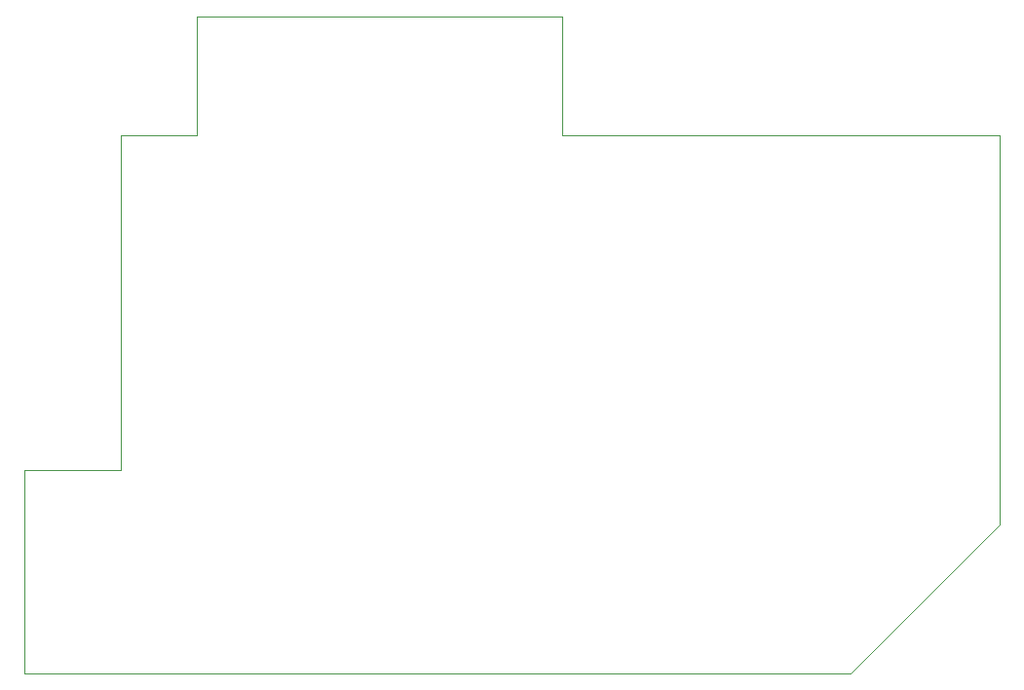
<source format=gm1>
G04*
G04 #@! TF.GenerationSoftware,Altium Limited,CircuitMaker,2.2.1 (2.2.1.6)*
G04*
G04 Layer_Color=16740166*
%FSLAX25Y25*%
%MOIN*%
G70*
G04*
G04 #@! TF.SameCoordinates,7D6918CB-AAF1-45DD-B34D-4DF02806F7BC*
G04*
G04*
G04 #@! TF.FilePolarity,Positive*
G04*
G01*
G75*
%ADD57C,0.00050*%
D57*
X59055Y224993D02*
X184055D01*
X59055Y184425D02*
Y224993D01*
X184055Y184425D02*
Y224993D01*
Y184425D02*
X333606D01*
Y50961D02*
Y184425D01*
X282669Y25D02*
X333606Y50961D01*
X25Y25D02*
X282669D01*
X25D02*
Y69603D01*
X33009D01*
Y184425D01*
X59055D01*
M02*

</source>
